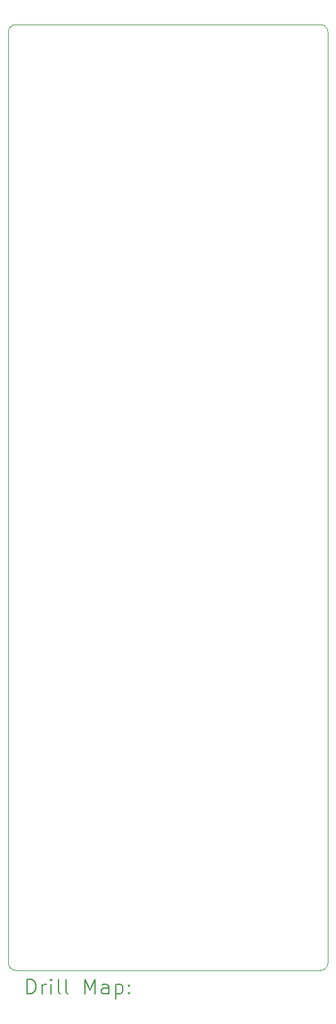
<source format=gbr>
%FSLAX45Y45*%
G04 Gerber Fmt 4.5, Leading zero omitted, Abs format (unit mm)*
G04 Created by KiCad (PCBNEW (6.0.5)) date 2022-09-08 21:10:07*
%MOMM*%
%LPD*%
G01*
G04 APERTURE LIST*
%TA.AperFunction,Profile*%
%ADD10C,0.100000*%
%TD*%
%ADD11C,0.200000*%
G04 APERTURE END LIST*
D10*
X7800000Y-18500000D02*
G75*
G03*
X7900000Y-18600000I100000J0D01*
G01*
X7800000Y-18500000D02*
X7800000Y-6000000D01*
X12100000Y-6000000D02*
G75*
G03*
X12000000Y-5900000I-100000J0D01*
G01*
X7900000Y-5900000D02*
X12000000Y-5900000D01*
X7900000Y-5900000D02*
G75*
G03*
X7800000Y-6000000I0J-100000D01*
G01*
X12000000Y-18600000D02*
X7900000Y-18600000D01*
X12000000Y-18600000D02*
G75*
G03*
X12100000Y-18500000I0J100000D01*
G01*
X12100000Y-6000000D02*
X12100000Y-18500000D01*
D11*
X8052619Y-18915476D02*
X8052619Y-18715476D01*
X8100238Y-18715476D01*
X8128809Y-18725000D01*
X8147857Y-18744048D01*
X8157381Y-18763095D01*
X8166905Y-18801190D01*
X8166905Y-18829762D01*
X8157381Y-18867857D01*
X8147857Y-18886905D01*
X8128809Y-18905952D01*
X8100238Y-18915476D01*
X8052619Y-18915476D01*
X8252619Y-18915476D02*
X8252619Y-18782143D01*
X8252619Y-18820238D02*
X8262143Y-18801190D01*
X8271667Y-18791667D01*
X8290714Y-18782143D01*
X8309762Y-18782143D01*
X8376428Y-18915476D02*
X8376428Y-18782143D01*
X8376428Y-18715476D02*
X8366905Y-18725000D01*
X8376428Y-18734524D01*
X8385952Y-18725000D01*
X8376428Y-18715476D01*
X8376428Y-18734524D01*
X8500238Y-18915476D02*
X8481190Y-18905952D01*
X8471667Y-18886905D01*
X8471667Y-18715476D01*
X8605000Y-18915476D02*
X8585952Y-18905952D01*
X8576429Y-18886905D01*
X8576429Y-18715476D01*
X8833571Y-18915476D02*
X8833571Y-18715476D01*
X8900238Y-18858333D01*
X8966905Y-18715476D01*
X8966905Y-18915476D01*
X9147857Y-18915476D02*
X9147857Y-18810714D01*
X9138333Y-18791667D01*
X9119286Y-18782143D01*
X9081190Y-18782143D01*
X9062143Y-18791667D01*
X9147857Y-18905952D02*
X9128810Y-18915476D01*
X9081190Y-18915476D01*
X9062143Y-18905952D01*
X9052619Y-18886905D01*
X9052619Y-18867857D01*
X9062143Y-18848810D01*
X9081190Y-18839286D01*
X9128810Y-18839286D01*
X9147857Y-18829762D01*
X9243095Y-18782143D02*
X9243095Y-18982143D01*
X9243095Y-18791667D02*
X9262143Y-18782143D01*
X9300238Y-18782143D01*
X9319286Y-18791667D01*
X9328810Y-18801190D01*
X9338333Y-18820238D01*
X9338333Y-18877381D01*
X9328810Y-18896429D01*
X9319286Y-18905952D01*
X9300238Y-18915476D01*
X9262143Y-18915476D01*
X9243095Y-18905952D01*
X9424048Y-18896429D02*
X9433571Y-18905952D01*
X9424048Y-18915476D01*
X9414524Y-18905952D01*
X9424048Y-18896429D01*
X9424048Y-18915476D01*
X9424048Y-18791667D02*
X9433571Y-18801190D01*
X9424048Y-18810714D01*
X9414524Y-18801190D01*
X9424048Y-18791667D01*
X9424048Y-18810714D01*
M02*

</source>
